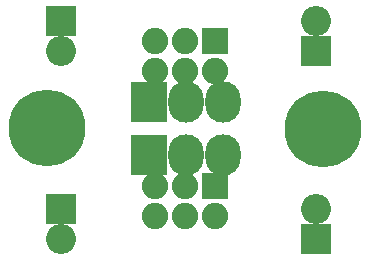
<source format=gbs>
G04 #@! TF.FileFunction,Soldermask,Bot*
%FSLAX46Y46*%
G04 Gerber Fmt 4.6, Leading zero omitted, Abs format (unit mm)*
G04 Created by KiCad (PCBNEW 4.0.0-rc2-stable) date 02/03/2016 18:28:07*
%MOMM*%
G01*
G04 APERTURE LIST*
%ADD10C,0.150000*%
%ADD11R,3.008000X3.508000*%
%ADD12O,3.008000X3.508000*%
%ADD13R,2.235200X2.235200*%
%ADD14O,2.235200X2.235200*%
%ADD15R,2.540000X2.540000*%
%ADD16O,2.540000X2.540000*%
%ADD17C,6.508000*%
G04 APERTURE END LIST*
D10*
D11*
X114033000Y29737000D03*
D12*
X117158000Y29737000D03*
X120283000Y29737000D03*
D13*
X119621000Y34944000D03*
D14*
X119621000Y32404000D03*
X117081000Y34944000D03*
X117081000Y32404000D03*
X114541000Y34944000D03*
X114541000Y32404000D03*
D15*
X128130000Y34055000D03*
D16*
X128130000Y36595000D03*
D15*
X128130000Y18180000D03*
D16*
X128130000Y20720000D03*
D11*
X114033000Y25292000D03*
D12*
X117158000Y25292000D03*
X120283000Y25292000D03*
D13*
X119621000Y22625000D03*
D14*
X119621000Y20085000D03*
X117081000Y22625000D03*
X117081000Y20085000D03*
X114541000Y22625000D03*
X114541000Y20085000D03*
D15*
X106540000Y20720000D03*
D16*
X106540000Y18180000D03*
D15*
X106540000Y36595000D03*
D16*
X106540000Y34055000D03*
D17*
X128765000Y27451000D03*
X105397000Y27578000D03*
M02*

</source>
